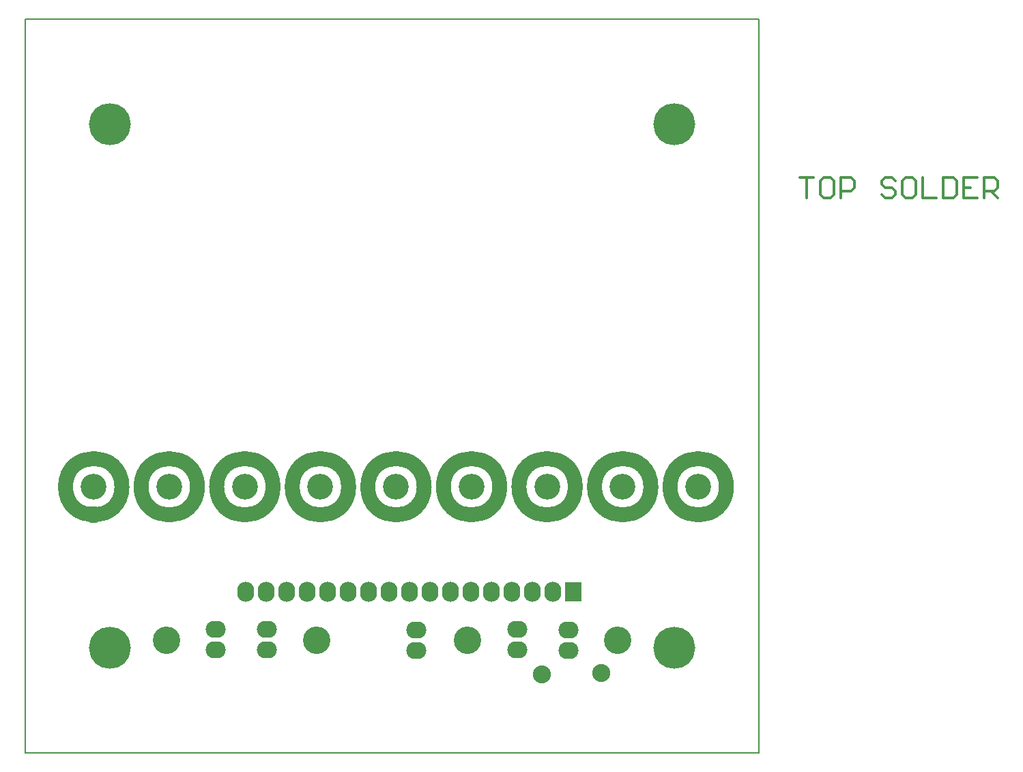
<source format=gts>
%FSLAX25Y25*%
%MOIN*%
G70*
G01*
G75*
G04 Layer_Color=8388736*
%ADD10C,0.06693*%
%ADD11C,0.00787*%
%ADD12C,0.00800*%
%ADD13C,0.03600*%
%ADD14C,0.06000*%
%ADD15C,0.01400*%
%ADD16C,0.01575*%
%ADD17C,0.12598*%
%ADD18C,0.19685*%
%ADD19C,0.11811*%
%ADD20R,0.07500X0.09000*%
%ADD21O,0.07500X0.09000*%
%ADD22O,0.09000X0.07500*%
%ADD23C,0.07500*%
%ADD24C,0.08000*%
%ADD25C,0.02500*%
%ADD26C,0.02800*%
%ADD27C,0.11811*%
%ADD28C,0.01600*%
%ADD29C,0.07480*%
%ADD30C,0.13398*%
%ADD31C,0.20485*%
%ADD32C,0.12611*%
%ADD33R,0.08300X0.09800*%
%ADD34O,0.08300X0.09800*%
%ADD35O,0.09800X0.08300*%
%ADD36C,0.08300*%
%ADD37C,0.08800*%
D12*
X372047Y362205D02*
X730315D01*
Y720472D01*
X372047D02*
X730315D01*
X372047Y362205D02*
Y720472D01*
D15*
X750374Y643148D02*
X757038D01*
X753706D01*
Y633152D01*
X765369Y643148D02*
X762037D01*
X760371Y641482D01*
Y634818D01*
X762037Y633152D01*
X765369D01*
X767035Y634818D01*
Y641482D01*
X765369Y643148D01*
X770368Y633152D02*
Y643148D01*
X775366D01*
X777032Y641482D01*
Y638150D01*
X775366Y636484D01*
X770368D01*
X797026Y641482D02*
X795360Y643148D01*
X792027D01*
X790361Y641482D01*
Y639816D01*
X792027Y638150D01*
X795360D01*
X797026Y636484D01*
Y634818D01*
X795360Y633152D01*
X792027D01*
X790361Y634818D01*
X805356Y643148D02*
X802024D01*
X800358Y641482D01*
Y634818D01*
X802024Y633152D01*
X805356D01*
X807022Y634818D01*
Y641482D01*
X805356Y643148D01*
X810355D02*
Y633152D01*
X817019D01*
X820351Y643148D02*
Y633152D01*
X825350D01*
X827016Y634818D01*
Y641482D01*
X825350Y643148D01*
X820351D01*
X837013D02*
X830348D01*
Y633152D01*
X837013D01*
X830348Y638150D02*
X833680D01*
X840345Y633152D02*
Y643148D01*
X845343D01*
X847009Y641482D01*
Y638150D01*
X845343Y636484D01*
X840345D01*
X843677D02*
X847009Y633152D01*
D29*
X677657Y492126D02*
G03*
X677657Y492126I-13780J0D01*
G01*
X603839D02*
G03*
X603839Y492126I-13780J0D01*
G01*
X640748D02*
G03*
X640748Y492126I-13780J0D01*
G01*
X530020D02*
G03*
X530020Y492126I-13780J0D01*
G01*
X566929D02*
G03*
X566929Y492126I-13780J0D01*
G01*
X493110D02*
G03*
X493110Y492126I-13780J0D01*
G01*
X419291D02*
G03*
X419291Y492126I-13780J0D01*
G01*
X456201D02*
G03*
X456201Y492126I-13780J0D01*
G01*
X714567D02*
G03*
X714567Y492126I-13780J0D01*
G01*
D30*
X661417Y417323D02*
D03*
X587926D02*
D03*
X514436D02*
D03*
X440945D02*
D03*
D31*
X413386Y669291D02*
D03*
X688976D02*
D03*
Y413386D02*
D03*
X413386D02*
D03*
D32*
X663878Y492126D02*
D03*
X590059D02*
D03*
X626968D02*
D03*
X516240D02*
D03*
X553150D02*
D03*
X479331D02*
D03*
X405512D02*
D03*
X442421D02*
D03*
X700787D02*
D03*
D33*
X639685Y440945D02*
D03*
D34*
X479685D02*
D03*
X489685D02*
D03*
X499685D02*
D03*
X509685D02*
D03*
X519685D02*
D03*
X529685D02*
D03*
X539685D02*
D03*
X549685D02*
D03*
X559685D02*
D03*
X569685D02*
D03*
X579685D02*
D03*
X589685D02*
D03*
X599685D02*
D03*
X609685D02*
D03*
X619685D02*
D03*
X629685D02*
D03*
D35*
X637500Y412323D02*
D03*
Y422323D02*
D03*
X562992Y422323D02*
D03*
Y412323D02*
D03*
X490000Y412500D02*
D03*
Y422500D02*
D03*
X465000D02*
D03*
Y412500D02*
D03*
X612500D02*
D03*
Y422500D02*
D03*
D36*
X405512Y478346D02*
D03*
D37*
X624500Y400500D02*
D03*
X653500Y401000D02*
D03*
M02*

</source>
